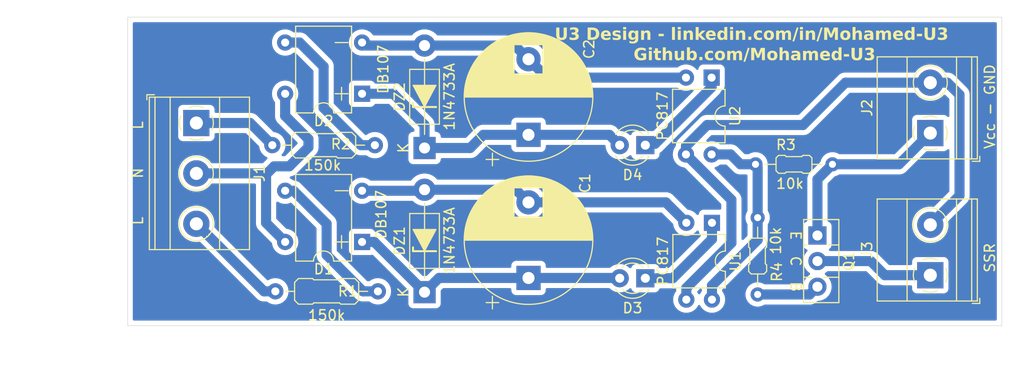
<source format=kicad_pcb>
(kicad_pcb (version 20240108) (generator "pcbnew") (generator_version "8.0")
  (layers (0 "F.Cu" signal) (31 "B.Cu" signal) (34 "B.Paste" user) (35 "F.Paste" user) (36 "B.SilkS" user "B.Silkscreen") (37 "F.SilkS" user "F.Silkscreen") (38 "B.Mask" user) (39 "F.Mask" user) (44 "Edge.Cuts" user))
  (net 0 "")
  (net 1 "Net-(D1-+)")
  (net 2 "Net-(D1--)")
  (net 3 "Net-(D2--)")
  (net 4 "Net-(D2-+)")
  (net 5 "Net-(D1-1)")
  (net 6 "Net-(D1-2)")
  (net 7 "Net-(D2-1)")
  (net 8 "Net-(D3-K)")
  (net 9 "Net-(D4-K)")
  (net 10 "Net-(J1-Pin_1)")
  (net 11 "Net-(J1-Pin_3)")
  (net 12 "Net-(J2-Pin_1)")
  (net 13 "Net-(J2-Pin_2)")
  (net 14 "Net-(J3-Pin_1)")
  (net 15 "Net-(Q1-B)")
  (net 16 "Net-(R3-Pad1)")
  (footprint "PCM_Diode_THT_AKL:D_DO-41_SOD81_P10.16mm_Horizontal_Zener" (layer "F.Cu") (at 137 103.006041 90)
    (property "Reference" "DZ2" (at 5.08 -2.47 90) (layer "F.SilkS"))
    (property "Value" "1N4733A" (at 5.08 2.47 90) (layer "F.SilkS"))
    (fp_text user "K" (at 0 -2.1 90) (layer "F.SilkS"))
    (pad "1" thru_hole rect (at 0 0 90) (size 2.2 2.2) (drill 1.1) (layers "*.Cu" "*.Mask") (net 4 "Net-(D2-+)"))
    (pad "2" thru_hole oval (at 10.16 0 90) (size 2.2 2.2) (drill 1.1) (layers "*.Cu" "*.Mask") (net 3 "Net-(D2--)"))
  )
  (footprint "TerminalBlock_Phoenix:TerminalBlock_Phoenix_MKDS-1,5-3_1x03_P5.00mm_Horizontal" (layer "F.Cu") (at 114.395 100.526041 -90)
    (property "Reference" "J1" (at 5 -6.26 90) (layer "F.SilkS"))
    (property "Value" "L     N     L" (at 4.973959 5.795 90) (layer "F.SilkS"))
    (pad "1" thru_hole rect (at 0 0 270) (size 2.6 2.6) (drill 1.3) (layers "*.Cu" "*.Mask") (net 10 "Net-(J1-Pin_1)"))
    (pad "2" thru_hole circle (at 5 0 270) (size 2.6 2.6) (drill 1.3) (layers "*.Cu" "*.Mask") (net 6 "Net-(D1-2)"))
    (pad "3" thru_hole circle (at 10 0 270) (size 2.6 2.6) (drill 1.3) (layers "*.Cu" "*.Mask") (net 11 "Net-(J1-Pin_3)"))
  )
  (footprint "PCM_Resistor_THT_AKL:R_Axial_DIN0207_L6.3mm_D2.5mm_P10.16mm_Horizontal" (layer "F.Cu") (at 121.92 102.726041)
    (property "Reference" "R2" (at 6.78 -0.1 0) (layer "F.SilkS"))
    (property "Value" "150k" (at 4.98 2 0) (layer "F.SilkS"))
    (pad "1" thru_hole circle (at 0 0) (size 1.6 1.6) (drill 0.8) (layers "*.Cu" "*.Mask") (net 10 "Net-(J1-Pin_1)"))
    (pad "2" thru_hole oval (at 10.16 0) (size 1.6 1.6) (drill 0.8) (layers "*.Cu" "*.Mask") (net 7 "Net-(D2-1)"))
  )
  (footprint "PCM_Resistor_THT_AKL:R_Axial_DIN0204_L3.6mm_D1.6mm_P7.62mm_Horizontal" (layer "F.Cu") (at 170 109.916041 -90)
    (property "Reference" "R4" (at 5.383959 -1.90448 90) (layer "F.SilkS"))
    (property "Value" "10k" (at 2.283959 -1.80448 90) (layer "F.SilkS"))
    (pad "1" thru_hole circle (at 0 0 270) (size 1.4 1.4) (drill 0.7) (layers "*.Cu" "*.Mask") (net 16 "Net-(R3-Pad1)"))
    (pad "2" thru_hole oval (at 7.62 0 270) (size 1.4 1.4) (drill 0.7) (layers "*.Cu" "*.Mask") (net 15 "Net-(Q1-B)"))
  )
  (footprint "LED_THT:LED_D3.0mm" (layer "F.Cu") (at 158.875 102.726041 180)
    (property "Reference" "D4" (at 1.27 -2.96 0) (layer "F.SilkS"))
    (property "Value" "LED")
    (pad "1" thru_hole rect (at 0 0 180) (size 1.8 1.8) (drill 0.9) (layers "*.Cu" "*.Mask") (net 9 "Net-(D4-K)"))
    (pad "2" thru_hole circle (at 2.54 0 180) (size 1.8 1.8) (drill 0.9) (layers "*.Cu" "*.Mask") (net 4 "Net-(D2-+)"))
  )
  (footprint "PCM_Resistor_THT_AKL:R_Axial_DIN0204_L3.6mm_D1.6mm_P7.62mm_Horizontal" (layer "F.Cu") (at 169.79 104.626041)
    (property "Reference" "R3" (at 3.01448 -1.926041 0) (layer "F.SilkS"))
    (property "Value" "10k" (at 3.41448 1.92 0) (layer "F.SilkS"))
    (pad "1" thru_hole circle (at 0 0) (size 1.4 1.4) (drill 0.7) (layers "*.Cu" "*.Mask") (net 16 "Net-(R3-Pad1)"))
    (pad "2" thru_hole oval (at 7.62 0) (size 1.4 1.4) (drill 0.7) (layers "*.Cu" "*.Mask") (net 12 "Net-(J2-Pin_1)"))
  )
  (footprint "PCM_Package_TO_SOT_THT_AKL:TO-126-3_Vertical_ECB" (layer "F.Cu") (at 175.925 111.686041 -90)
    (property "Reference" "Q1" (at 2.54 -3.12 90) (layer "F.SilkS"))
    (property "Value" "BD140" (hide yes))
    (fp_text user "E" (at 0 2.159 -90) (layer "F.SilkS"))
    (fp_text user "C" (at 2.54 2.159 -90) (layer "F.SilkS"))
    (fp_text user "B" (at 5.08 2.159 -90) (layer "F.SilkS"))
    (pad "1" thru_hole rect (at 0 0 270) (size 1.8 1.8) (drill 1) (layers "*.Cu" "*.Mask") (net 12 "Net-(J2-Pin_1)"))
    (pad "2" thru_hole oval (at 2.54 0 270) (size 1.8 1.8) (drill 1) (layers "*.Cu" "*.Mask") (net 14 "Net-(J3-Pin_1)"))
    (pad "3" thru_hole oval (at 5.08 0 270) (size 1.8 1.8) (drill 1) (layers "*.Cu" "*.Mask") (net 15 "Net-(Q1-B)"))
  )
  (footprint "PCM_Capacitor_THT_AKL:CP_Radial_D12.5mm_P7.50mm" (layer "F.Cu") (at 147.3 115.9 90)
    (property "Reference" "C1" (at 9.4 5.60448 90) (layer "F.SilkS"))
    (property "Value" "CP_Radial_D12.5mm_P7.50mm" (hide yes))
    (pad "1" thru_hole rect (at 0 0 90) (size 2.4 2.4) (drill 1.2) (layers "*.Cu" "*.Mask") (net 1 "Net-(D1-+)"))
    (pad "2" thru_hole circle (at 7.5 0 90) (size 2.4 2.4) (drill 1.2) (layers "*.Cu" "*.Mask") (net 2 "Net-(D1--)"))
  )
  (footprint "TerminalBlock_Phoenix:TerminalBlock_Phoenix_MKDS-1,5-2_1x02_P5.00mm_Horizontal" (layer "F.Cu") (at 187.105 115.626041 90)
    (property "Reference" "J3" (at 2.5 -6.26 90) (layer "F.SilkS"))
    (property "Value" "SSR" (at 1.726041 5.895 90) (layer "F.SilkS"))
    (pad "1" thru_hole rect (at 0 0 90) (size 2.6 2.6) (drill 1.3) (layers "*.Cu" "*.Mask") (net 14 "Net-(J3-Pin_1)"))
    (pad "2" thru_hole circle (at 5 0 90) (size 2.6 2.6) (drill 1.3) (layers "*.Cu" "*.Mask") (net 13 "Net-(J2-Pin_2)"))
  )
  (footprint "Package_DIP:DIP-4_W7.62mm" (layer "F.Cu") (at 165.44 96.026041 -90)
    (property "Reference" "U2" (at 3.81 -2.33 90) (layer "F.SilkS"))
    (property "Value" "PC817" (at 3.81 4.87 90) (layer "F.SilkS"))
    (pad "1" thru_hole rect (at 0 0 270) (size 1.6 1.6) (drill 0.8) (layers "*.Cu" "*.Mask") (net 9 "Net-(D4-K)"))
    (pad "2" thru_hole oval (at 0 2.54 270) (size 1.6 1.6) (drill 0.8) (layers "*.Cu" "*.Mask") (net 3 "Net-(D2--)"))
    (pad "3" thru_hole oval (at 7.62 2.54 270) (size 1.6 1.6) (drill 0.8) (layers "*.Cu" "*.Mask") (net 13 "Net-(J2-Pin_2)"))
    (pad "4" thru_hole oval (at 7.62 0 270) (size 1.6 1.6) (drill 0.8) (layers "*.Cu" "*.Mask") (net 16 "Net-(R3-Pad1)"))
  )
  (footprint "TerminalBlock_Phoenix:TerminalBlock_Phoenix_MKDS-1,5-2_1x02_P5.00mm_Horizontal" (layer "F.Cu") (at 187.105 101.526041 90)
    (property "Reference" "J2" (at 2.5 -6.26 90) (layer "F.SilkS"))
    (property "Value" "Vcc - GND" (at 2.626041 5.895 90) (layer "F.SilkS"))
    (pad "1" thru_hole rect (at 0 0 90) (size 2.6 2.6) (drill 1.3) (layers "*.Cu" "*.Mask") (net 12 "Net-(J2-Pin_1)"))
    (pad "2" thru_hole circle (at 5 0 90) (size 2.6 2.6) (drill 1.3) (layers "*.Cu" "*.Mask") (net 13 "Net-(J2-Pin_2)"))
  )
  (footprint "PCM_Diode_THT_AKL:Diode_Bridge_DIP-4_W7.62mm_P5.08mm" (layer "F.Cu") (at 130.81 97.626041 180)
    (property "Reference" "D2" (at 3.8 -2.7 0) (layer "F.SilkS"))
    (property "Value" "DB107" (at -2.09448 2.426041 90) (layer "F.SilkS"))
    (pad "1" thru_hole rect (at 0 0 180) (size 1.6 1.6) (drill 0.8) (layers "*.Cu" "*.Mask") (net 4 "Net-(D2-+)"))
    (pad "2" thru_hole oval (at 0 5.08 180) (size 1.6 1.6) (drill 0.8) (layers "*.Cu" "*.Mask") (net 3 "Net-(D2--)"))
    (pad "3" thru_hole oval (at 7.62 5.08 180) (size 1.6 1.6) (drill 0.8) (layers "*.Cu" "*.Mask") (net 7 "Net-(D2-1)"))
    (pad "4" thru_hole oval (at 7.62 0 180) (size 1.6 1.6) (drill 0.8) (layers "*.Cu" "*.Mask") (net 6 "Net-(D1-2)"))
  )
  (footprint "Package_DIP:DIP-4_W7.62mm" (layer "F.Cu") (at 165.475 110.426041 -90)
    (property "Reference" "U1" (at 3.81 -2.33 90) (layer "F.SilkS"))
    (property "Value" "PC817" (at 3.81 4.87 90) (layer "F.SilkS"))
    (pad "1" thru_hole rect (at 0 0 270) (size 1.6 1.6) (drill 0.8) (layers "*.Cu" "*.Mask") (net 8 "Net-(D3-K)"))
    (pad "2" thru_hole oval (at 0 2.54 270) (size 1.6 1.6) (drill 0.8) (layers "*.Cu" "*.Mask") (net 2 "Net-(D1--)"))
    (pad "3" thru_hole oval (at 7.62 2.54 270) (size 1.6 1.6) (drill 0.8) (layers "*.Cu" "*.Mask") (net 13 "Net-(J2-Pin_2)"))
    (pad "4" thru_hole oval (at 7.62 0 270) (size 1.6 1.6) (drill 0.8) (layers "*.Cu" "*.Mask") (net 16 "Net-(R3-Pad1)"))
  )
  (footprint "PCM_Diode_THT_AKL:Diode_Bridge_DIP-4_W7.62mm_P5.08mm" (layer "F.Cu") (at 130.81 112.326041 180)
    (property "Reference" "D1" (at 3.8 -2.7 0) (layer "F.SilkS"))
    (property "Value" "DB107" (at -1.89448 2.726041 90) (layer "F.SilkS"))
    (pad "1" thru_hole rect (at 0 0 180) (size 1.6 1.6) (drill 0.8) (layers "*.Cu" "*.Mask") (net 1 "Net-(D1-+)"))
    (pad "2" thru_hole oval (at 0 5.08 180) (size 1.6 1.6) (drill 0.8) (layers "*.Cu" "*.Mask") (net 2 "Net-(D1--)"))
    (pad "3" thru_hole oval (at 7.62 5.08 180) (size 1.6 1.6) (drill 0.8) (layers "*.Cu" "*.Mask") (net 5 "Net-(D1-1)"))
    (pad "4" thru_hole oval (at 7.62 0 180) (size 1.6 1.6) (drill 0.8) (layers "*.Cu" "*.Mask") (net 6 "Net-(D1-2)"))
  )
  (footprint "PCM_Resistor_THT_AKL:R_Axial_DIN0207_L6.3mm_D2.5mm_P10.16mm_Horizontal" (layer "F.Cu") (at 122.22 117.226041)
    (property "Reference" "R1" (at 7.18 0 0) (layer "F.SilkS"))
    (property "Value" "150k" (at 5.08 2.37 0) (layer "F.SilkS"))
    (pad "1" thru_hole circle (at 0 0) (size 1.6 1.6) (drill 0.8) (layers "*.Cu" "*.Mask") (net 11 "Net-(J1-Pin_3)"))
    (pad "2" thru_hole oval (at 10.16 0) (size 1.6 1.6) (drill 0.8) (layers "*.Cu" "*.Mask") (net 5 "Net-(D1-1)"))
  )
  (footprint "PCM_Capacitor_THT_AKL:CP_Radial_D12.5mm_P7.50mm" (layer "F.Cu") (at 147.3 101.7 90)
    (property "Reference" "C2" (at 8.5 6.00448 90) (layer "F.SilkS"))
    (property "Value" "CP_Radial_D12.5mm_P7.50mm" (hide yes))
    (pad "1" thru_hole rect (at 0 0 90) (size 2.4 2.4) (drill 1.2) (layers "*.Cu" "*.Mask") (net 4 "Net-(D2-+)"))
    (pad "2" thru_hole circle (at 7.5 0 90) (size 2.4 2.4) (drill 1.2) (layers "*.Cu" "*.Mask") (net 3 "Net-(D2--)"))
  )
  (footprint "PCM_Diode_THT_AKL:D_DO-41_SOD81_P10.16mm_Horizontal_Zener" (layer "F.Cu") (at 137 117.306041 90)
    (property "Reference" "DZ1" (at 5.08 -2.47 90) (layer "F.SilkS"))
    (property "Value" "1N4733A" (at 5.08 2.47 90) (layer "F.SilkS"))
    (fp_text user "K" (at 0 -2.1 90) (layer "F.SilkS"))
    (pad "1" thru_hole rect (at 0 0 90) (size 2.2 2.2) (drill 1.1) (layers "*.Cu" "*.Mask") (net 1 "Net-(D1-+)"))
    (pad "2" thru_hole oval (at 10.16 0 90) (size 2.2 2.2) (drill 1.1) (layers "*.Cu" "*.Mask") (net 2 "Net-(D1--)"))
  )
  (footprint "LED_THT:LED_D3.0mm" (layer "F.Cu") (at 158.875 115.926041 180)
    (property "Reference" "D3" (at 1.27 -2.96 0) (layer "F.SilkS"))
    (property "Value" "LED")
    (pad "1" thru_hole rect (at 0 0 180) (size 1.8 1.8) (drill 0.9) (layers "*.Cu" "*.Mask") (net 8 "Net-(D3-K)"))
    (pad "2" thru_hole circle (at 2.54 0 180) (size 1.8 1.8) (drill 0.9) (layers "*.Cu" "*.Mask") (net 1 "Net-(D1-+)"))
  )
  (gr_rect (start 107.59552 90.026041) (end 194.19552 120.626041) (stroke (width 0.05)) (fill none) (layer "Edge.Cuts"))
  (gr_text "U3 Design - linkedin.com/in/Mohamed-U3\n Github.com/Mohamed-U3" (at 169.4 94.5 0) (layer "F.SilkS") (effects (font (size 1.2 1.2) (thickness 0.24) (bold yes)) (justify bottom)))
  (segment (start 130.81 112.326041) (end 132.02 112.326041) (width 1) (layer "B.Cu") (net 1))
  (segment (start 132.02 112.326041) (end 137 117.306041) (width 1) (layer "B.Cu") (net 1))
  (segment (start 147.3 115.9) (end 156.308959 115.9) (width 1) (layer "B.Cu") (net 1))
  (segment (start 138.426041 115.9) (end 147.3 115.9) (width 1) (layer "B.Cu") (net 1))
  (segment (start 156.308959 115.9) (end 156.335 115.926041) (width 0.2) (layer "B.Cu") (net 1))
  (segment (start 137 117.306041) (end 137.02 117.306041) (width 0.2) (layer "B.Cu") (net 1))
  (segment (start 137.02 117.306041) (end 138.426041 115.9) (width 1) (layer "B.Cu") (net 1))
  (segment (start 136.9 107.246041) (end 137 107.146041) (width 0.2) (layer "B.Cu") (net 2))
  (segment (start 160.908959 108.4) (end 162.935 110.426041) (width 1) (layer "B.Cu") (net 2))
  (segment (start 137 107.146041) (end 146.046041 107.146041) (width 1) (layer "B.Cu") (net 2))
  (segment (start 130.81 107.246041) (end 136.9 107.246041) (width 1) (layer "B.Cu") (net 2))
  (segment (start 147.3 108.4) (end 160.908959 108.4) (width 1) (layer "B.Cu") (net 2))
  (segment (start 146.046041 107.146041) (end 147.3 108.4) (width 1) (layer "B.Cu") (net 2))
  (segment (start 162.9 96.026041) (end 149.126041 96.026041) (width 1) (layer "B.Cu") (net 3))
  (segment (start 137 92.846041) (end 145.946041 92.846041) (width 1) (layer "B.Cu") (net 3))
  (segment (start 145.946041 92.846041) (end 147.3 94.2) (width 1) (layer "B.Cu") (net 3))
  (segment (start 149.126041 96.026041) (end 147.3 94.2) (width 1) (layer "B.Cu") (net 3))
  (segment (start 131.11 92.846041) (end 130.81 92.546041) (width 0.2) (layer "B.Cu") (net 3))
  (segment (start 137 92.846041) (end 131.11 92.846041) (width 1) (layer "B.Cu") (net 3))
  (segment (start 133.9 97.626041) (end 130.81 97.626041) (width 1) (layer "B.Cu") (net 4))
  (segment (start 155.308959 101.7) (end 156.335 102.726041) (width 1) (layer "B.Cu") (net 4))
  (segment (start 137 103.006041) (end 137 100.726041) (width 1) (layer "B.Cu") (net 4))
  (segment (start 137 100.726041) (end 133.9 97.626041) (width 1) (layer "B.Cu") (net 4))
  (segment (start 147.3 101.7) (end 142.826041 101.7) (width 1) (layer "B.Cu") (net 4))
  (segment (start 141.52 103.006041) (end 137 103.006041) (width 1) (layer "B.Cu") (net 4))
  (segment (start 147.3 101.7) (end 155.308959 101.7) (width 1) (layer "B.Cu") (net 4))
  (segment (start 142.826041 101.7) (end 141.52 103.006041) (width 1) (layer "B.Cu") (net 4))
  (segment (start 127.3 110.526041) (end 124.02 107.246041) (width 1) (layer "B.Cu") (net 5))
  (segment (start 132.38 117.226041) (end 130.9 117.226041) (width 1) (layer "B.Cu") (net 5))
  (segment (start 130.9 117.226041) (end 127.3 113.626041) (width 1) (layer "B.Cu") (net 5))
  (segment (start 124.02 107.246041) (end 123.19 107.246041) (width 1) (layer "B.Cu") (net 5))
  (segment (start 127.3 113.626041) (end 127.3 110.526041) (width 1) (layer "B.Cu") (net 5))
  (segment (start 122.1 104.826041) (end 121.3 105.626041) (width 1) (layer "B.Cu") (net 6))
  (segment (start 123.6 104.826041) (end 122.1 104.826041) (width 1) (layer "B.Cu") (net 6))
  (segment (start 123.19 99.816041) (end 125.5 102.126041) (width 1) (layer "B.Cu") (net 6))
  (segment (start 123.19 97.626041) (end 123.19 99.816041) (width 1) (layer "B.Cu") (net 6))
  (segment (start 121.2 105.526041) (end 121.3 105.626041) (width 0.2) (layer "B.Cu") (net 6))
  (segment (start 121.3 105.626041) (end 121.3 110.436041) (width 1) (layer "B.Cu") (net 6))
  (segment (start 121.3 110.436041) (end 123.19 112.326041) (width 1) (layer "B.Cu") (net 6))
  (segment (start 114.395 105.526041) (end 121.2 105.526041) (width 1) (layer "B.Cu") (net 6))
  (segment (start 125.5 102.126041) (end 125.5 102.926041) (width 1) (layer "B.Cu") (net 6))
  (segment (start 125.5 102.926041) (end 123.6 104.826041) (width 1) (layer "B.Cu") (net 6))
  (segment (start 123.19 92.546041) (end 124.62 92.546041) (width 1) (layer "B.Cu") (net 7))
  (segment (start 130.7 102.726041) (end 132.08 102.726041) (width 1) (layer "B.Cu") (net 7))
  (segment (start 127 94.926041) (end 127 99.026041) (width 1) (layer "B.Cu") (net 7))
  (segment (start 124.62 92.546041) (end 127 94.926041) (width 1) (layer "B.Cu") (net 7))
  (segment (start 127 99.026041) (end 130.7 102.726041) (width 1) (layer "B.Cu") (net 7))
  (segment (start 161.6 115.926041) (end 165.475 112.051041) (width 1) (layer "B.Cu") (net 8))
  (segment (start 158.875 115.926041) (end 159.975 115.926041) (width 0.2) (layer "B.Cu") (net 8))
  (segment (start 165.475 112.051041) (end 165.475 110.426041) (width 1) (layer "B.Cu") (net 8))
  (segment (start 159.975 115.926041) (end 161.6 115.926041) (width 1) (layer "B.Cu") (net 8))
  (segment (start 158.875 102.726041) (end 158.875 102.591041) (width 0.2) (layer "B.Cu") (net 9))
  (segment (start 159.835 102.591041) (end 165.44 96.986041) (width 1) (layer "B.Cu") (net 9))
  (segment (start 165.44 96.986041) (end 165.44 96.026041) (width 1) (layer "B.Cu") (net 9))
  (segment (start 158.875 102.591041) (end 159.835 102.591041) (width 1) (layer "B.Cu") (net 9))
  (segment (start 119.72 100.526041) (end 121.92 102.726041) (width 1) (layer "B.Cu") (net 10))
  (segment (start 114.395 100.526041) (end 119.72 100.526041) (width 1) (layer "B.Cu") (net 10))
  (segment (start 121.095 117.226041) (end 122.22 117.226041) (width 1) (layer "B.Cu") (net 11))
  (segment (start 114.395 110.526041) (end 121.095 117.226041) (width 1) (layer "B.Cu") (net 11))
  (segment (start 184.005 104.626041) (end 177.41 104.626041) (width 1) (layer "B.Cu") (net 12))
  (segment (start 175.925 106.111041) (end 177.41 104.626041) (width 1) (layer "B.Cu") (net 12))
  (segment (start 187.105 101.526041) (end 184.005 104.626041) (width 1) (layer "B.Cu") (net 12))
  (segment (start 175.925 111.686041) (end 175.925 106.111041) (width 1) (layer "B.Cu") (net 12))
  (segment (start 187.105 96.526041) (end 188.8 96.526041) (width 1) (layer "B.Cu") (net 13))
  (segment (start 188.8 96.526041) (end 190 97.726041) (width 1) (layer "B.Cu") (net 13))
  (segment (start 167.4 112.426041) (end 162.935 116.891041) (width 1) (layer "B.Cu") (net 13))
  (segment (start 162.9 102.826041) (end 165 100.726041) (width 1) (layer "B.Cu") (net 13))
  (segment (start 190 107.731041) (end 187.105 110.626041) (width 1) (layer "B.Cu") (net 13))
  (segment (start 190 97.726041) (end 190 107.731041) (width 1) (layer "B.Cu") (net 13))
  (segment (start 174.5 100.726041) (end 178.7 96.526041) (width 1) (layer "B.Cu") (net 13))
  (segment (start 178.7 96.526041) (end 187.105 96.526041) (width 1) (layer "B.Cu") (net 13))
  (segment (start 165 100.726041) (end 174.5 100.726041) (width 1) (layer "B.Cu") (net 13))
  (segment (start 162.9 103.646041) (end 162.9 102.826041) (width 1) (layer "B.Cu") (net 13))
  (segment (start 162.935 116.891041) (end 162.935 118.046041) (width 1) (layer "B.Cu") (net 13))
  (segment (start 162.9 103.646041) (end 167.4 108.146041) (width 1) (layer "B.Cu") (net 13))
  (segment (start 167.4 108.146041) (end 167.4 112.426041) (width 1) (layer "B.Cu") (net 13))
  (segment (start 181.2 114.226041) (end 182.6 115.626041) (width 1) (layer "B.Cu") (net 14))
  (segment (start 182.6 115.626041) (end 187.105 115.626041) (width 1) (layer "B.Cu") (net 14))
  (segment (start 175.925 114.226041) (end 181.2 114.226041) (width 1) (layer "B.Cu") (net 14))
  (segment (start 170 117.536041) (end 175.155 117.536041) (width 1) (layer "B.Cu") (net 15))
  (segment (start 175.155 117.536041) (end 175.925 116.766041) (width 1) (layer "B.Cu") (net 15))
  (segment (start 167.32 103.646041) (end 165.44 103.646041) (width 1) (layer "B.Cu") (net 16))
  (segment (start 170 109.916041) (end 170 104.836041) (width 1) (layer "B.Cu") (net 16))
  (segment (start 169.79 104.626041) (end 168.3 104.626041) (width 1) (layer "B.Cu") (net 16))
  (segment (start 170 104.836041) (end 169.79 104.626041) (width 0.2) (layer "B.Cu") (net 16))
  (segment (start 170 112.126041) (end 170 109.916041) (width 1) (layer "B.Cu") (net 16))
  (segment (start 168.3 104.626041) (end 167.32 103.646041) (width 1) (layer "B.Cu") (net 16))
  (segment (start 165.475 118.046041) (end 165.475 116.651041) (width 1) (layer "B.Cu") (net 16))
  (segment (start 165.475 116.651041) (end 170 112.126041) (width 1) (layer "B.Cu") (net 16))
  (zone (net 0) (net_name "") (layer "B.Cu") (connect_pads (clearance 0.5)) (min_thickness 0.25) (fill yes (thermal_gap 0.5) (thermal_bridge_width 0.5) (island_removal_mode 1) (island_area_min 10))
    (polygon (pts (xy 104.89552 88.326041) (xy 196.39552 88.326041) (xy 196.39552 122.126041) (xy 104.79552 121.726041)))
  )
)
</source>
